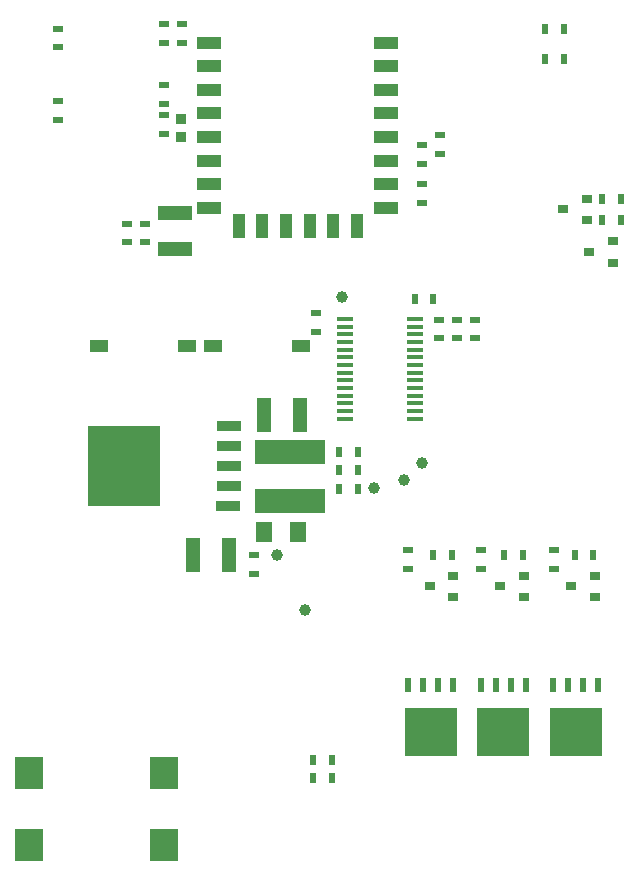
<source format=gtp>
G04 Layer_Color=8421504*
%FSLAX25Y25*%
%MOIN*%
G70*
G01*
G75*
%ADD10R,0.09449X0.11024*%
%ADD11C,0.03937*%
%ADD12R,0.01968X0.03543*%
%ADD13R,0.03543X0.01968*%
%ADD14R,0.03543X0.03150*%
%ADD15R,0.02362X0.05118*%
%ADD16R,0.17362X0.16142*%
%ADD17R,0.05118X0.11614*%
%ADD18R,0.23622X0.07874*%
%ADD19R,0.05276X0.07087*%
%ADD20R,0.07874X0.03543*%
%ADD21R,0.24488X0.27008*%
%ADD22R,0.03937X0.07874*%
%ADD23R,0.07874X0.03937*%
%ADD24R,0.03740X0.03347*%
%ADD25R,0.05512X0.01772*%
%ADD26R,0.06000X0.03937*%
%ADD27R,0.11614X0.05118*%
D10*
X518504Y533268D02*
D03*
X563386D02*
D03*
Y509252D02*
D03*
X518504D02*
D03*
D11*
X610532Y587697D02*
D03*
X649311Y636811D02*
D03*
X643405Y630905D02*
D03*
X633465Y628445D02*
D03*
X622638Y692126D02*
D03*
X600984Y606102D02*
D03*
D12*
X621654Y634252D02*
D03*
X627874D02*
D03*
X659409Y606004D02*
D03*
X653189D02*
D03*
X619350Y537598D02*
D03*
X613130D02*
D03*
X619350Y531595D02*
D03*
X613130D02*
D03*
X706516Y606004D02*
D03*
X700295D02*
D03*
X682963D02*
D03*
X676742D02*
D03*
X627874Y627953D02*
D03*
X621654D02*
D03*
X621693Y640256D02*
D03*
X627913D02*
D03*
X709488Y724803D02*
D03*
X715709D02*
D03*
X715709Y717717D02*
D03*
X709488D02*
D03*
X646890Y691339D02*
D03*
X653110D02*
D03*
X696610Y781500D02*
D03*
X690390D02*
D03*
X696610Y771500D02*
D03*
X690390D02*
D03*
D13*
X693209Y601516D02*
D03*
Y607736D02*
D03*
X668947Y601516D02*
D03*
Y607736D02*
D03*
X644685Y601516D02*
D03*
Y607736D02*
D03*
X593504Y605965D02*
D03*
Y599744D02*
D03*
X666929Y678287D02*
D03*
Y684508D02*
D03*
X655118Y678287D02*
D03*
Y684508D02*
D03*
X661024Y678287D02*
D03*
Y684508D02*
D03*
X527953Y751221D02*
D03*
Y757441D02*
D03*
Y775236D02*
D03*
Y781457D02*
D03*
X563386Y746496D02*
D03*
Y752716D02*
D03*
X614173Y680354D02*
D03*
Y686575D02*
D03*
X569533Y783110D02*
D03*
Y776890D02*
D03*
X563386Y756390D02*
D03*
Y762610D02*
D03*
Y776890D02*
D03*
Y783110D02*
D03*
X649500Y723390D02*
D03*
Y729610D02*
D03*
X655500Y739890D02*
D03*
Y746110D02*
D03*
X649500Y742610D02*
D03*
Y736390D02*
D03*
X551181Y710276D02*
D03*
Y716496D02*
D03*
X557087D02*
D03*
Y710276D02*
D03*
D14*
X659842Y592126D02*
D03*
Y599213D02*
D03*
X651968Y595669D02*
D03*
X683366Y592126D02*
D03*
Y599213D02*
D03*
X675492Y595669D02*
D03*
X706890Y592126D02*
D03*
Y599213D02*
D03*
X699016Y595669D02*
D03*
X712992Y703543D02*
D03*
Y710630D02*
D03*
X705118Y707087D02*
D03*
X704331Y717717D02*
D03*
Y724803D02*
D03*
X696457Y721260D02*
D03*
D15*
X693189Y562649D02*
D03*
X698189D02*
D03*
X703189D02*
D03*
X708189D02*
D03*
X668976D02*
D03*
X673976D02*
D03*
X678976D02*
D03*
X683976D02*
D03*
X644764D02*
D03*
X649764D02*
D03*
X654764D02*
D03*
X659764D02*
D03*
D16*
X700689Y546949D02*
D03*
X676476D02*
D03*
X652264D02*
D03*
D17*
X608661Y652756D02*
D03*
X596654D02*
D03*
X584941Y605905D02*
D03*
X572933D02*
D03*
D18*
X605512Y640551D02*
D03*
Y624016D02*
D03*
D19*
X607992Y613779D02*
D03*
X596732D02*
D03*
D20*
X585039Y649114D02*
D03*
Y642421D02*
D03*
Y635728D02*
D03*
Y629035D02*
D03*
X584842Y622441D02*
D03*
D21*
X550000Y635827D02*
D03*
D22*
X588287Y715850D02*
D03*
X596161D02*
D03*
X604035D02*
D03*
X611909D02*
D03*
X619783D02*
D03*
X627658D02*
D03*
D23*
X637500Y721756D02*
D03*
X578445Y776874D02*
D03*
Y769000D02*
D03*
Y761126D02*
D03*
Y721756D02*
D03*
Y729630D02*
D03*
Y737504D02*
D03*
Y745378D02*
D03*
Y753252D02*
D03*
X637500Y729630D02*
D03*
Y737504D02*
D03*
Y745378D02*
D03*
Y753252D02*
D03*
Y761126D02*
D03*
Y769000D02*
D03*
Y776874D02*
D03*
D24*
X568898Y745472D02*
D03*
Y751378D02*
D03*
D25*
X623819Y684744D02*
D03*
Y682185D02*
D03*
Y679626D02*
D03*
Y677067D02*
D03*
Y674508D02*
D03*
Y671949D02*
D03*
Y669390D02*
D03*
Y666831D02*
D03*
Y664272D02*
D03*
Y661713D02*
D03*
Y659154D02*
D03*
Y656595D02*
D03*
Y654035D02*
D03*
Y651476D02*
D03*
X647047Y684744D02*
D03*
Y682185D02*
D03*
Y679626D02*
D03*
Y677067D02*
D03*
Y674508D02*
D03*
Y671949D02*
D03*
Y669390D02*
D03*
Y666831D02*
D03*
Y664272D02*
D03*
Y661713D02*
D03*
Y659154D02*
D03*
Y656595D02*
D03*
Y654035D02*
D03*
Y651476D02*
D03*
D26*
X609154Y675591D02*
D03*
X579823D02*
D03*
X541634D02*
D03*
X570965D02*
D03*
D27*
X566929Y720079D02*
D03*
Y708071D02*
D03*
M02*

</source>
